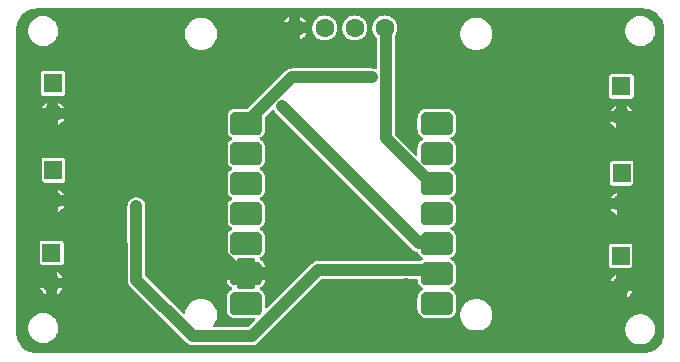
<source format=gbl>
G04 Layer: BottomLayer*
G04 EasyEDA v6.5.39, 2024-01-01 10:38:23*
G04 ea5c35bb8de24b5fb85cbc62f3f06c18,0207d7639cbd4ff9ba197a67aa53e6ca,10*
G04 Gerber Generator version 0.2*
G04 Scale: 100 percent, Rotated: No, Reflected: No *
G04 Dimensions in millimeters *
G04 leading zeros omitted , absolute positions ,4 integer and 5 decimal *
%FSLAX45Y45*%
%MOMM*%

%ADD10C,1.0000*%
%ADD11R,1.5748X1.5748*%
%ADD12C,1.5748*%
%ADD13C,1.6000*%
%ADD14C,0.6100*%
%ADD15C,0.0100*%

%LPD*%
G36*
X1254963Y3658108D02*
G01*
X1236522Y3659022D01*
X1219657Y3661613D01*
X1203096Y3665778D01*
X1187043Y3671570D01*
X1171600Y3678936D01*
X1156970Y3687775D01*
X1143304Y3697986D01*
X1130706Y3709466D01*
X1119225Y3722166D01*
X1109116Y3735933D01*
X1100378Y3750614D01*
X1093114Y3766058D01*
X1087424Y3782161D01*
X1083310Y3798722D01*
X1080871Y3815638D01*
X1080008Y3833063D01*
X1080008Y6403136D01*
X1080922Y6421526D01*
X1083513Y6438442D01*
X1087678Y6455003D01*
X1093520Y6471056D01*
X1100836Y6486448D01*
X1109675Y6501079D01*
X1119886Y6514795D01*
X1131366Y6527393D01*
X1144066Y6538823D01*
X1157833Y6548983D01*
X1172514Y6557721D01*
X1187958Y6564985D01*
X1204061Y6570675D01*
X1220622Y6574790D01*
X1237538Y6577228D01*
X1254963Y6578092D01*
X6390436Y6578092D01*
X6408826Y6577126D01*
X6425742Y6574586D01*
X6442303Y6570370D01*
X6458356Y6564579D01*
X6473748Y6557264D01*
X6488379Y6548424D01*
X6502095Y6538214D01*
X6514693Y6526682D01*
X6526123Y6514033D01*
X6536283Y6500266D01*
X6545021Y6485585D01*
X6552285Y6470142D01*
X6557975Y6454038D01*
X6562090Y6437426D01*
X6564528Y6420561D01*
X6565392Y6403136D01*
X6565392Y3833063D01*
X6564426Y3814622D01*
X6561886Y3797757D01*
X6557670Y3781196D01*
X6551879Y3765143D01*
X6544564Y3749700D01*
X6535724Y3735070D01*
X6525514Y3721404D01*
X6513982Y3708755D01*
X6501333Y3697325D01*
X6487566Y3687216D01*
X6472885Y3678478D01*
X6457442Y3671214D01*
X6441338Y3665524D01*
X6424726Y3661410D01*
X6407861Y3658920D01*
X6390436Y3658108D01*
G37*

%LPC*%
G36*
X2577338Y3727196D02*
G01*
X3076397Y3727246D01*
X3085236Y3728059D01*
X3087674Y3728465D01*
X3096260Y3730599D01*
X3098596Y3731361D01*
X3106826Y3734765D01*
X3109010Y3735882D01*
X3118662Y3741928D01*
X3125520Y3747566D01*
X3662578Y4284573D01*
X3665880Y4286808D01*
X3669741Y4287570D01*
X4467707Y4287570D01*
X4471365Y4286910D01*
X4474514Y4284980D01*
X4476750Y4282033D01*
X4477816Y4278528D01*
X4478324Y4273854D01*
X4479290Y4268571D01*
X4480204Y4264812D01*
X4483150Y4256125D01*
X4487113Y4247896D01*
X4492040Y4240225D01*
X4497882Y4233113D01*
X4504486Y4226814D01*
X4511852Y4221327D01*
X4519777Y4216806D01*
X4523130Y4213961D01*
X4524959Y4209999D01*
X4524959Y4205630D01*
X4523130Y4201617D01*
X4519777Y4198823D01*
X4511852Y4194301D01*
X4504537Y4188866D01*
X4501642Y4186275D01*
X4495342Y4179671D01*
X4489958Y4172356D01*
X4485386Y4164431D01*
X4481830Y4155948D01*
X4480204Y4150817D01*
X4479290Y4147007D01*
X4477918Y4138218D01*
X4477512Y4130548D01*
X4477512Y4031081D01*
X4477918Y4023410D01*
X4479290Y4014571D01*
X4480204Y4010812D01*
X4483150Y4002125D01*
X4487113Y3993896D01*
X4492040Y3986225D01*
X4497882Y3979113D01*
X4504486Y3972814D01*
X4511852Y3967327D01*
X4519777Y3962806D01*
X4524705Y3960571D01*
X4528362Y3959199D01*
X4537049Y3956710D01*
X4546092Y3955287D01*
X4553661Y3954881D01*
X4728108Y3954881D01*
X4735677Y3955287D01*
X4744770Y3956710D01*
X4753457Y3959199D01*
X4757115Y3960571D01*
X4765243Y3964482D01*
X4773066Y3969461D01*
X4780076Y3975303D01*
X4786376Y3981907D01*
X4791862Y3989222D01*
X4794656Y3993845D01*
X4796485Y3997299D01*
X4799939Y4005630D01*
X4802479Y4014470D01*
X4803902Y4023512D01*
X4804308Y4031081D01*
X4804308Y4130548D01*
X4803902Y4138066D01*
X4802479Y4147159D01*
X4799939Y4155998D01*
X4796485Y4164329D01*
X4794656Y4167733D01*
X4789728Y4175455D01*
X4783988Y4182414D01*
X4780178Y4186275D01*
X4777232Y4188866D01*
X4769916Y4194301D01*
X4762042Y4198823D01*
X4758690Y4201617D01*
X4756810Y4205630D01*
X4756810Y4209999D01*
X4758690Y4213961D01*
X4762042Y4216806D01*
X4769916Y4221327D01*
X4777333Y4226814D01*
X4783937Y4233113D01*
X4789728Y4240174D01*
X4794656Y4247845D01*
X4796485Y4251299D01*
X4799939Y4259630D01*
X4802479Y4268470D01*
X4803902Y4277512D01*
X4804308Y4285081D01*
X4804308Y4384548D01*
X4803902Y4392066D01*
X4802479Y4401159D01*
X4799939Y4409998D01*
X4796485Y4418330D01*
X4794656Y4421733D01*
X4789728Y4429455D01*
X4783937Y4436465D01*
X4777333Y4442764D01*
X4769916Y4448302D01*
X4762042Y4452823D01*
X4758690Y4455617D01*
X4756810Y4459630D01*
X4756810Y4463999D01*
X4758690Y4467961D01*
X4762042Y4470806D01*
X4769916Y4475327D01*
X4777333Y4480814D01*
X4783937Y4487113D01*
X4789728Y4494174D01*
X4794656Y4501845D01*
X4796485Y4505299D01*
X4799939Y4513630D01*
X4802479Y4522470D01*
X4803902Y4531512D01*
X4804308Y4539081D01*
X4804308Y4638548D01*
X4803902Y4646066D01*
X4802479Y4655159D01*
X4799939Y4663998D01*
X4796485Y4672330D01*
X4794656Y4675733D01*
X4789728Y4683455D01*
X4783937Y4690465D01*
X4777333Y4696764D01*
X4769916Y4702302D01*
X4762042Y4706823D01*
X4758690Y4709617D01*
X4756810Y4713630D01*
X4756810Y4717999D01*
X4758690Y4721961D01*
X4762042Y4724806D01*
X4769916Y4729327D01*
X4777333Y4734814D01*
X4783937Y4741113D01*
X4789728Y4748174D01*
X4794656Y4755845D01*
X4796485Y4759299D01*
X4799939Y4767630D01*
X4802479Y4776470D01*
X4803902Y4785512D01*
X4804308Y4793081D01*
X4804308Y4892548D01*
X4803902Y4900066D01*
X4802479Y4909159D01*
X4799939Y4917998D01*
X4796485Y4926330D01*
X4794656Y4929733D01*
X4789728Y4937455D01*
X4783937Y4944465D01*
X4777333Y4950764D01*
X4769916Y4956302D01*
X4762042Y4960823D01*
X4758690Y4963617D01*
X4756810Y4967630D01*
X4756810Y4971999D01*
X4758690Y4975961D01*
X4762042Y4978806D01*
X4769916Y4983327D01*
X4777333Y4988814D01*
X4783937Y4995113D01*
X4789728Y5002174D01*
X4794656Y5009845D01*
X4796485Y5013299D01*
X4799939Y5021630D01*
X4802479Y5030470D01*
X4803902Y5039512D01*
X4804308Y5047081D01*
X4804308Y5146548D01*
X4803902Y5154066D01*
X4802479Y5163159D01*
X4799939Y5171998D01*
X4796485Y5180330D01*
X4794656Y5183733D01*
X4789728Y5191455D01*
X4783937Y5198465D01*
X4777333Y5204764D01*
X4769916Y5210302D01*
X4762042Y5214823D01*
X4758690Y5217617D01*
X4756810Y5221630D01*
X4756810Y5225999D01*
X4758690Y5229961D01*
X4762042Y5232806D01*
X4769916Y5237327D01*
X4777333Y5242814D01*
X4783937Y5249113D01*
X4789728Y5256174D01*
X4794656Y5263845D01*
X4796485Y5267299D01*
X4799939Y5275630D01*
X4802479Y5284470D01*
X4803902Y5293512D01*
X4804308Y5301081D01*
X4804308Y5400548D01*
X4803902Y5408066D01*
X4802479Y5417159D01*
X4799939Y5425998D01*
X4796485Y5434330D01*
X4794656Y5437733D01*
X4789728Y5445455D01*
X4783937Y5452465D01*
X4777333Y5458764D01*
X4769916Y5464302D01*
X4762042Y5468823D01*
X4758690Y5471617D01*
X4756810Y5475630D01*
X4756810Y5479999D01*
X4758690Y5483961D01*
X4762042Y5486806D01*
X4769916Y5491327D01*
X4777232Y5496763D01*
X4780178Y5499303D01*
X4786376Y5505856D01*
X4791862Y5513222D01*
X4794656Y5517845D01*
X4796485Y5521299D01*
X4799939Y5529630D01*
X4802479Y5538470D01*
X4803902Y5547512D01*
X4804308Y5555081D01*
X4804308Y5654548D01*
X4803902Y5662066D01*
X4802479Y5671159D01*
X4799939Y5679998D01*
X4796485Y5688330D01*
X4794656Y5691733D01*
X4789728Y5699455D01*
X4783937Y5706465D01*
X4777333Y5712764D01*
X4769916Y5718302D01*
X4762042Y5722772D01*
X4753457Y5726430D01*
X4744770Y5728868D01*
X4735677Y5730290D01*
X4728108Y5730697D01*
X4553661Y5730697D01*
X4546092Y5730290D01*
X4537049Y5728868D01*
X4528362Y5726430D01*
X4524705Y5725058D01*
X4516526Y5721096D01*
X4508703Y5716117D01*
X4501692Y5710326D01*
X4495342Y5703671D01*
X4489958Y5696356D01*
X4485386Y5688431D01*
X4481830Y5679948D01*
X4480204Y5674817D01*
X4479290Y5671007D01*
X4477918Y5662218D01*
X4477512Y5654548D01*
X4477512Y5555081D01*
X4477918Y5547410D01*
X4479290Y5538571D01*
X4480204Y5534812D01*
X4483150Y5526125D01*
X4487113Y5517896D01*
X4492040Y5510225D01*
X4497832Y5503164D01*
X4501642Y5499303D01*
X4504537Y5496763D01*
X4511852Y5491327D01*
X4519777Y5486806D01*
X4523130Y5483961D01*
X4524959Y5479999D01*
X4524959Y5475630D01*
X4523130Y5471617D01*
X4519777Y5468823D01*
X4511852Y5464302D01*
X4504486Y5458764D01*
X4497882Y5452465D01*
X4492040Y5445404D01*
X4487113Y5437733D01*
X4483150Y5429453D01*
X4480204Y5420817D01*
X4479290Y5417007D01*
X4477918Y5408218D01*
X4477512Y5400548D01*
X4477512Y5341264D01*
X4476699Y5337352D01*
X4474514Y5334050D01*
X4471212Y5331866D01*
X4467352Y5331104D01*
X4463440Y5331866D01*
X4460138Y5334050D01*
X4286504Y5507685D01*
X4284319Y5510987D01*
X4283557Y5514848D01*
X4283557Y6345275D01*
X4283964Y6348222D01*
X4285234Y6350914D01*
X4291685Y6360566D01*
X4297832Y6372961D01*
X4302302Y6386118D01*
X4304995Y6399682D01*
X4305909Y6413500D01*
X4304995Y6427317D01*
X4302302Y6440881D01*
X4297832Y6454038D01*
X4291685Y6466433D01*
X4284014Y6477965D01*
X4274870Y6488379D01*
X4264456Y6497523D01*
X4252925Y6505194D01*
X4240530Y6511340D01*
X4227423Y6515760D01*
X4213809Y6518503D01*
X4199991Y6519367D01*
X4186174Y6518503D01*
X4172610Y6515760D01*
X4159504Y6511340D01*
X4147058Y6505194D01*
X4135526Y6497523D01*
X4125112Y6488379D01*
X4116019Y6477965D01*
X4108297Y6466433D01*
X4102150Y6454038D01*
X4097731Y6440881D01*
X4095038Y6427317D01*
X4094124Y6413500D01*
X4095038Y6399682D01*
X4097731Y6386118D01*
X4102150Y6372961D01*
X4108297Y6360566D01*
X4116019Y6349034D01*
X4125112Y6338620D01*
X4128262Y6335877D01*
X4130801Y6332423D01*
X4131716Y6328257D01*
X4131716Y6075070D01*
X4130954Y6071260D01*
X4128820Y6067958D01*
X4125569Y6065774D01*
X4121708Y6064910D01*
X4117848Y6065621D01*
X4114596Y6066891D01*
X4103573Y6069431D01*
X4091889Y6070295D01*
X3411372Y6070244D01*
X3402533Y6069431D01*
X3400094Y6069025D01*
X3391458Y6066891D01*
X3389122Y6066129D01*
X3380892Y6062726D01*
X3378708Y6061608D01*
X3371087Y6056985D01*
X3362248Y6049924D01*
X3045917Y5733694D01*
X3042666Y5731459D01*
X3038754Y5730697D01*
X2937154Y5730697D01*
X2929636Y5730290D01*
X2920542Y5728868D01*
X2911856Y5726430D01*
X2908198Y5725058D01*
X2899968Y5721096D01*
X2892247Y5716117D01*
X2885236Y5710326D01*
X2878937Y5703722D01*
X2873451Y5696356D01*
X2868828Y5688330D01*
X2865374Y5679998D01*
X2862834Y5671159D01*
X2861411Y5662066D01*
X2861005Y5654548D01*
X2861005Y5555081D01*
X2861411Y5547512D01*
X2862834Y5538470D01*
X2865374Y5529630D01*
X2868828Y5521299D01*
X2870657Y5517845D01*
X2875584Y5510174D01*
X2881325Y5503164D01*
X2885135Y5499303D01*
X2888081Y5496763D01*
X2895346Y5491327D01*
X2903270Y5486806D01*
X2906623Y5483961D01*
X2908452Y5479999D01*
X2908452Y5475630D01*
X2906623Y5471617D01*
X2903270Y5468823D01*
X2895346Y5464251D01*
X2887980Y5458764D01*
X2881376Y5452465D01*
X2875584Y5445455D01*
X2870657Y5437733D01*
X2868828Y5434330D01*
X2865374Y5425998D01*
X2862834Y5417159D01*
X2861411Y5408066D01*
X2861005Y5400548D01*
X2861005Y5301081D01*
X2861411Y5293512D01*
X2862834Y5284470D01*
X2865374Y5275630D01*
X2868828Y5267299D01*
X2870657Y5263845D01*
X2875584Y5256174D01*
X2881376Y5249113D01*
X2887980Y5242814D01*
X2895346Y5237327D01*
X2903270Y5232806D01*
X2906623Y5229961D01*
X2908452Y5225999D01*
X2908452Y5221630D01*
X2906623Y5217617D01*
X2903270Y5214823D01*
X2895346Y5210251D01*
X2887980Y5204764D01*
X2881376Y5198465D01*
X2875584Y5191455D01*
X2870657Y5183733D01*
X2868828Y5180330D01*
X2865374Y5171998D01*
X2862834Y5163159D01*
X2861411Y5154066D01*
X2861005Y5146548D01*
X2861005Y5047081D01*
X2861411Y5039512D01*
X2862834Y5030470D01*
X2865374Y5021630D01*
X2868828Y5013299D01*
X2870657Y5009845D01*
X2875584Y5002174D01*
X2881376Y4995113D01*
X2887980Y4988814D01*
X2895346Y4983327D01*
X2903270Y4978806D01*
X2906623Y4975961D01*
X2908452Y4971999D01*
X2908452Y4967630D01*
X2906623Y4963617D01*
X2903270Y4960823D01*
X2895346Y4956251D01*
X2887980Y4950764D01*
X2881376Y4944465D01*
X2875584Y4937455D01*
X2870657Y4929733D01*
X2868828Y4926330D01*
X2865374Y4917998D01*
X2862834Y4909159D01*
X2861411Y4900066D01*
X2861005Y4892548D01*
X2861005Y4793081D01*
X2861411Y4785512D01*
X2862834Y4776470D01*
X2865374Y4767630D01*
X2868828Y4759299D01*
X2870657Y4755845D01*
X2875584Y4748174D01*
X2881376Y4741113D01*
X2887980Y4734814D01*
X2895346Y4729327D01*
X2903270Y4724806D01*
X2906623Y4721961D01*
X2908452Y4717999D01*
X2908452Y4713630D01*
X2906623Y4709617D01*
X2903270Y4706823D01*
X2895346Y4702251D01*
X2887980Y4696764D01*
X2881376Y4690465D01*
X2875584Y4683455D01*
X2870657Y4675733D01*
X2868828Y4672330D01*
X2865374Y4663998D01*
X2862834Y4655159D01*
X2861411Y4646066D01*
X2861005Y4638548D01*
X2861005Y4539081D01*
X2861411Y4531512D01*
X2862834Y4522470D01*
X2865374Y4513630D01*
X2868828Y4505299D01*
X2870657Y4501845D01*
X2875584Y4494174D01*
X2881376Y4487113D01*
X2887980Y4480814D01*
X2895346Y4475327D01*
X2903270Y4470806D01*
X2906623Y4467961D01*
X2908452Y4463999D01*
X2908452Y4459630D01*
X2906623Y4455617D01*
X2903270Y4452823D01*
X2895346Y4448251D01*
X2887980Y4442764D01*
X2881376Y4436465D01*
X2875584Y4429455D01*
X2870657Y4421733D01*
X2868828Y4418330D01*
X2865374Y4409998D01*
X2862834Y4401159D01*
X2861360Y4391152D01*
X2949295Y4391152D01*
X2949295Y4452721D01*
X2950057Y4456633D01*
X2952292Y4459935D01*
X2955594Y4462119D01*
X2959455Y4462881D01*
X3089351Y4462881D01*
X3093212Y4462119D01*
X3096514Y4459935D01*
X3098749Y4456633D01*
X3099511Y4452721D01*
X3099511Y4391152D01*
X3187446Y4391152D01*
X3186938Y4395825D01*
X3185058Y4404817D01*
X3182162Y4413351D01*
X3179978Y4418330D01*
X3178149Y4421733D01*
X3173222Y4429455D01*
X3167430Y4436465D01*
X3160826Y4442764D01*
X3153460Y4448251D01*
X3145536Y4452823D01*
X3142183Y4455617D01*
X3140354Y4459630D01*
X3140354Y4463999D01*
X3142183Y4467961D01*
X3145536Y4470806D01*
X3153460Y4475327D01*
X3160826Y4480814D01*
X3167430Y4487113D01*
X3173222Y4494174D01*
X3178149Y4501845D01*
X3179978Y4505299D01*
X3183432Y4513630D01*
X3185972Y4522470D01*
X3187395Y4531512D01*
X3187801Y4539081D01*
X3187801Y4638548D01*
X3187395Y4646066D01*
X3185972Y4655159D01*
X3183432Y4663998D01*
X3179978Y4672330D01*
X3178149Y4675733D01*
X3173222Y4683455D01*
X3167430Y4690465D01*
X3160826Y4696764D01*
X3153460Y4702251D01*
X3145536Y4706823D01*
X3142183Y4709617D01*
X3140354Y4713630D01*
X3140354Y4717999D01*
X3142183Y4721961D01*
X3145536Y4724806D01*
X3153460Y4729327D01*
X3160826Y4734814D01*
X3167430Y4741113D01*
X3173222Y4748174D01*
X3178149Y4755845D01*
X3179978Y4759299D01*
X3183432Y4767630D01*
X3185972Y4776470D01*
X3187395Y4785512D01*
X3187801Y4793081D01*
X3187801Y4892548D01*
X3187395Y4900066D01*
X3185972Y4909159D01*
X3183432Y4917998D01*
X3179978Y4926330D01*
X3178149Y4929733D01*
X3173222Y4937455D01*
X3167430Y4944465D01*
X3160826Y4950764D01*
X3153460Y4956251D01*
X3145536Y4960823D01*
X3142183Y4963617D01*
X3140354Y4967630D01*
X3140354Y4971999D01*
X3142183Y4975961D01*
X3145536Y4978806D01*
X3153460Y4983327D01*
X3160826Y4988814D01*
X3167430Y4995113D01*
X3173222Y5002174D01*
X3178149Y5009845D01*
X3179978Y5013299D01*
X3183432Y5021630D01*
X3185972Y5030470D01*
X3187395Y5039512D01*
X3187801Y5047081D01*
X3187801Y5146548D01*
X3187395Y5154066D01*
X3185972Y5163159D01*
X3183432Y5171998D01*
X3179978Y5180330D01*
X3178149Y5183733D01*
X3173222Y5191455D01*
X3167430Y5198465D01*
X3160826Y5204764D01*
X3153460Y5210251D01*
X3145536Y5214823D01*
X3142183Y5217617D01*
X3140354Y5221630D01*
X3140354Y5225999D01*
X3142183Y5229961D01*
X3145536Y5232806D01*
X3153460Y5237327D01*
X3160826Y5242814D01*
X3167430Y5249113D01*
X3173222Y5256174D01*
X3178149Y5263845D01*
X3179978Y5267299D01*
X3183432Y5275630D01*
X3185972Y5284470D01*
X3187395Y5293512D01*
X3187801Y5301081D01*
X3187801Y5400548D01*
X3187395Y5408066D01*
X3185972Y5417159D01*
X3183432Y5425998D01*
X3179978Y5434330D01*
X3178149Y5437733D01*
X3173222Y5445455D01*
X3167430Y5452465D01*
X3160826Y5458764D01*
X3153460Y5464251D01*
X3145536Y5468823D01*
X3142183Y5471617D01*
X3140354Y5475630D01*
X3140354Y5479999D01*
X3142183Y5483961D01*
X3145536Y5486806D01*
X3153460Y5491327D01*
X3160725Y5496763D01*
X3163671Y5499303D01*
X3169869Y5505856D01*
X3175355Y5513222D01*
X3178149Y5517845D01*
X3179978Y5521299D01*
X3183432Y5529630D01*
X3185972Y5538470D01*
X3187395Y5547512D01*
X3187801Y5555081D01*
X3187750Y5656275D01*
X3188462Y5660339D01*
X3190748Y5663742D01*
X3248050Y5721096D01*
X3251301Y5723280D01*
X3255162Y5724093D01*
X3259023Y5723331D01*
X3262325Y5721197D01*
X3264560Y5717997D01*
X3265932Y5714796D01*
X3271977Y5705195D01*
X3279648Y5696305D01*
X4442663Y4533290D01*
X4449521Y4527651D01*
X4459173Y4521606D01*
X4461357Y4520488D01*
X4469282Y4517237D01*
X4476800Y4515205D01*
X4480712Y4513122D01*
X4483404Y4509566D01*
X4487113Y4501896D01*
X4492040Y4494225D01*
X4497882Y4487113D01*
X4504486Y4480814D01*
X4511852Y4475327D01*
X4519777Y4470806D01*
X4523130Y4467961D01*
X4524959Y4463999D01*
X4524959Y4459630D01*
X4523130Y4455617D01*
X4519777Y4452823D01*
X4511852Y4448302D01*
X4508754Y4446168D01*
X4503166Y4441647D01*
X4500168Y4439970D01*
X4496765Y4439361D01*
X3631437Y4439310D01*
X3622598Y4438497D01*
X3620160Y4438091D01*
X3611575Y4435957D01*
X3609238Y4435195D01*
X3601008Y4431792D01*
X3598824Y4430674D01*
X3589172Y4424629D01*
X3582314Y4418990D01*
X3205124Y4041851D01*
X3201873Y4039666D01*
X3197961Y4038904D01*
X3194050Y4039666D01*
X3190798Y4041851D01*
X3188563Y4045153D01*
X3187801Y4049064D01*
X3187801Y4130548D01*
X3187395Y4138066D01*
X3185972Y4147159D01*
X3183432Y4155998D01*
X3179978Y4164329D01*
X3178149Y4167733D01*
X3173222Y4175455D01*
X3167481Y4182414D01*
X3163671Y4186275D01*
X3160725Y4188866D01*
X3153460Y4194251D01*
X3145536Y4198823D01*
X3142183Y4201617D01*
X3140354Y4205630D01*
X3140354Y4209999D01*
X3142183Y4213961D01*
X3145536Y4216806D01*
X3153460Y4221327D01*
X3160826Y4226814D01*
X3167430Y4233113D01*
X3173222Y4240174D01*
X3178149Y4247845D01*
X3179978Y4251299D01*
X3183432Y4259630D01*
X3185972Y4268470D01*
X3187446Y4278477D01*
X3099511Y4278477D01*
X3099511Y4216857D01*
X3098749Y4212996D01*
X3096514Y4209694D01*
X3093212Y4207510D01*
X3089351Y4206697D01*
X2959455Y4206697D01*
X2955594Y4207510D01*
X2952292Y4209694D01*
X2950057Y4212996D01*
X2949295Y4216857D01*
X2949295Y4278477D01*
X2861310Y4278477D01*
X2861868Y4273804D01*
X2863748Y4264812D01*
X2866644Y4256227D01*
X2868828Y4251299D01*
X2870657Y4247845D01*
X2875584Y4240174D01*
X2881376Y4233113D01*
X2887980Y4226814D01*
X2895346Y4221327D01*
X2903270Y4216806D01*
X2906623Y4213961D01*
X2908452Y4209999D01*
X2908452Y4205630D01*
X2906623Y4201617D01*
X2903270Y4198823D01*
X2895346Y4194251D01*
X2888081Y4188866D01*
X2885135Y4186275D01*
X2878937Y4179722D01*
X2873451Y4172356D01*
X2868828Y4164329D01*
X2865374Y4155998D01*
X2862834Y4147159D01*
X2861411Y4138066D01*
X2861005Y4130548D01*
X2861005Y4031081D01*
X2861411Y4023512D01*
X2862834Y4014470D01*
X2865374Y4005630D01*
X2868828Y3997299D01*
X2870657Y3993845D01*
X2875584Y3986174D01*
X2881376Y3979113D01*
X2887980Y3972814D01*
X2895346Y3967327D01*
X2903270Y3962806D01*
X2908198Y3960571D01*
X2911856Y3959199D01*
X2920542Y3956710D01*
X2929636Y3955287D01*
X2937154Y3954881D01*
X3093669Y3954881D01*
X3097580Y3954119D01*
X3100832Y3951935D01*
X3103067Y3948633D01*
X3103829Y3944721D01*
X3103067Y3940860D01*
X3100832Y3937558D01*
X3045256Y3881983D01*
X3041954Y3879748D01*
X3038094Y3878986D01*
X2756458Y3878986D01*
X2752090Y3880002D01*
X2748584Y3882745D01*
X2746603Y3886708D01*
X2746502Y3891178D01*
X2748330Y3895242D01*
X2758541Y3908856D01*
X2766415Y3922522D01*
X2772714Y3937050D01*
X2777236Y3952189D01*
X2779979Y3967734D01*
X2780893Y3983482D01*
X2779979Y3999280D01*
X2777236Y4014825D01*
X2772714Y4029964D01*
X2766415Y4044492D01*
X2758541Y4058158D01*
X2749092Y4070858D01*
X2738272Y4082338D01*
X2726131Y4092498D01*
X2712974Y4101185D01*
X2698851Y4108297D01*
X2683967Y4113682D01*
X2668625Y4117340D01*
X2652928Y4119168D01*
X2637078Y4119168D01*
X2621381Y4117340D01*
X2606040Y4113682D01*
X2591155Y4108297D01*
X2577033Y4101185D01*
X2563876Y4092498D01*
X2551734Y4082338D01*
X2540914Y4070858D01*
X2531465Y4058158D01*
X2523591Y4044492D01*
X2517292Y4029964D01*
X2512771Y4014825D01*
X2510180Y4000144D01*
X2508504Y3996080D01*
X2505252Y3993083D01*
X2501036Y3991762D01*
X2496718Y3992372D01*
X2493010Y3994708D01*
X2177084Y4310583D01*
X2174900Y4313885D01*
X2174138Y4317796D01*
X2174138Y4901844D01*
X2173274Y4913528D01*
X2170734Y4924552D01*
X2166569Y4935118D01*
X2160930Y4944922D01*
X2153818Y4953812D01*
X2145538Y4961534D01*
X2136140Y4967935D01*
X2125929Y4972812D01*
X2115108Y4976164D01*
X2103882Y4977892D01*
X2092553Y4977892D01*
X2081326Y4976164D01*
X2070506Y4972812D01*
X2060295Y4967935D01*
X2050897Y4961534D01*
X2042617Y4953812D01*
X2035505Y4944922D01*
X2029866Y4935118D01*
X2025700Y4924552D01*
X2023160Y4913528D01*
X2022297Y4901844D01*
X2022348Y4279493D01*
X2023211Y4270654D01*
X2023618Y4268216D01*
X2025751Y4259580D01*
X2026513Y4257243D01*
X2029917Y4249013D01*
X2031034Y4246829D01*
X2035606Y4239209D01*
X2037029Y4237228D01*
X2042718Y4230370D01*
X2525471Y3747566D01*
X2532329Y3741928D01*
X2541981Y3735882D01*
X2544165Y3734765D01*
X2552395Y3731361D01*
X2554732Y3730599D01*
X2563317Y3728465D01*
X2565755Y3728059D01*
X2574594Y3727246D01*
G37*
G36*
X6362700Y3733292D02*
G01*
X6378092Y3734257D01*
X6393230Y3737000D01*
X6407912Y3741572D01*
X6421932Y3747922D01*
X6435140Y3755898D01*
X6447231Y3765397D01*
X6458102Y3776268D01*
X6467602Y3788359D01*
X6475577Y3801567D01*
X6481927Y3815587D01*
X6486499Y3830269D01*
X6489242Y3845407D01*
X6490208Y3860800D01*
X6489242Y3876192D01*
X6486499Y3891330D01*
X6481927Y3906012D01*
X6475577Y3920032D01*
X6467602Y3933240D01*
X6458102Y3945331D01*
X6447231Y3956202D01*
X6435140Y3965701D01*
X6421932Y3973677D01*
X6407912Y3980027D01*
X6393230Y3984599D01*
X6378092Y3987342D01*
X6362700Y3988308D01*
X6347307Y3987342D01*
X6332169Y3984599D01*
X6317488Y3980027D01*
X6303467Y3973677D01*
X6290259Y3965701D01*
X6278168Y3956202D01*
X6267297Y3945331D01*
X6257798Y3933240D01*
X6249822Y3920032D01*
X6243472Y3906012D01*
X6238900Y3891330D01*
X6236157Y3876192D01*
X6235192Y3860800D01*
X6236157Y3845407D01*
X6238900Y3830269D01*
X6243472Y3815587D01*
X6249822Y3801567D01*
X6257798Y3788359D01*
X6267297Y3776268D01*
X6278168Y3765397D01*
X6290259Y3755898D01*
X6303467Y3747922D01*
X6317488Y3741572D01*
X6332169Y3737000D01*
X6347307Y3734257D01*
G37*
G36*
X1308100Y3745992D02*
G01*
X1323492Y3746957D01*
X1338630Y3749700D01*
X1353312Y3754272D01*
X1367332Y3760622D01*
X1380540Y3768598D01*
X1392631Y3778097D01*
X1403502Y3788968D01*
X1413002Y3801059D01*
X1420977Y3814267D01*
X1427327Y3828287D01*
X1431899Y3842969D01*
X1434642Y3858107D01*
X1435608Y3873500D01*
X1434642Y3888892D01*
X1431899Y3904030D01*
X1427327Y3918712D01*
X1420977Y3932732D01*
X1413002Y3945940D01*
X1403502Y3958031D01*
X1392631Y3968902D01*
X1380540Y3978401D01*
X1367332Y3986377D01*
X1353312Y3992727D01*
X1338630Y3997299D01*
X1323492Y4000042D01*
X1308100Y4001008D01*
X1292707Y4000042D01*
X1277569Y3997299D01*
X1262888Y3992727D01*
X1248867Y3986377D01*
X1235659Y3978401D01*
X1223568Y3968902D01*
X1212697Y3958031D01*
X1203198Y3945940D01*
X1195222Y3932732D01*
X1188872Y3918712D01*
X1184300Y3904030D01*
X1181557Y3888892D01*
X1180592Y3873500D01*
X1181557Y3858107D01*
X1184300Y3842969D01*
X1188872Y3828287D01*
X1195222Y3814267D01*
X1203198Y3801059D01*
X1212697Y3788968D01*
X1223568Y3778097D01*
X1235659Y3768598D01*
X1248867Y3760622D01*
X1262888Y3754272D01*
X1277569Y3749700D01*
X1292707Y3746957D01*
G37*
G36*
X4967071Y3847846D02*
G01*
X4982921Y3847846D01*
X4998618Y3849674D01*
X5013960Y3853332D01*
X5028844Y3858717D01*
X5042966Y3865829D01*
X5056124Y3874515D01*
X5068265Y3884676D01*
X5079085Y3896156D01*
X5088534Y3908856D01*
X5096408Y3922522D01*
X5102707Y3937050D01*
X5107228Y3952189D01*
X5109972Y3967734D01*
X5110886Y3983482D01*
X5109972Y3999280D01*
X5107228Y4014825D01*
X5102707Y4029964D01*
X5096408Y4044492D01*
X5088534Y4058158D01*
X5079085Y4070858D01*
X5068265Y4082338D01*
X5056124Y4092498D01*
X5042966Y4101185D01*
X5028844Y4108297D01*
X5013960Y4113682D01*
X4998618Y4117340D01*
X4982921Y4119168D01*
X4967071Y4119168D01*
X4951374Y4117340D01*
X4936032Y4113682D01*
X4921148Y4108297D01*
X4907026Y4101185D01*
X4893868Y4092498D01*
X4881727Y4082338D01*
X4870907Y4070858D01*
X4861458Y4058158D01*
X4853584Y4044492D01*
X4847285Y4029964D01*
X4842764Y4014825D01*
X4840020Y3999280D01*
X4839106Y3983482D01*
X4840020Y3967734D01*
X4842764Y3952189D01*
X4847285Y3937050D01*
X4853584Y3922522D01*
X4861458Y3908856D01*
X4870907Y3896156D01*
X4881727Y3884676D01*
X4893868Y3874515D01*
X4907026Y3865829D01*
X4921148Y3858717D01*
X4936032Y3853332D01*
X4951374Y3849674D01*
G37*
G36*
X6158230Y4135221D02*
G01*
X6158230Y4183379D01*
X6110071Y4183379D01*
X6113322Y4176776D01*
X6120942Y4165396D01*
X6129985Y4155135D01*
X6140246Y4146092D01*
X6151626Y4138472D01*
G37*
G36*
X6249670Y4135221D02*
G01*
X6256274Y4138472D01*
X6267653Y4146092D01*
X6277914Y4155135D01*
X6286957Y4165396D01*
X6294577Y4176776D01*
X6297828Y4183379D01*
X6249670Y4183379D01*
G37*
G36*
X1332230Y4160621D02*
G01*
X1332230Y4208780D01*
X1284071Y4208780D01*
X1287322Y4202176D01*
X1294942Y4190796D01*
X1303985Y4180535D01*
X1314246Y4171492D01*
X1325626Y4163872D01*
G37*
G36*
X1423670Y4160621D02*
G01*
X1430274Y4163872D01*
X1441653Y4171492D01*
X1451914Y4180535D01*
X1460957Y4190796D01*
X1468577Y4202176D01*
X1471828Y4208780D01*
X1423670Y4208780D01*
G37*
G36*
X6110071Y4274820D02*
G01*
X6158230Y4274820D01*
X6158230Y4322978D01*
X6151626Y4319727D01*
X6140246Y4312107D01*
X6129985Y4303064D01*
X6120942Y4292803D01*
X6113322Y4281424D01*
G37*
G36*
X6249670Y4274820D02*
G01*
X6297828Y4274820D01*
X6294577Y4281424D01*
X6286957Y4292803D01*
X6277914Y4303064D01*
X6267653Y4312107D01*
X6256274Y4319727D01*
X6249670Y4322978D01*
G37*
G36*
X1284071Y4300220D02*
G01*
X1332230Y4300220D01*
X1332230Y4348378D01*
X1325626Y4345127D01*
X1314246Y4337507D01*
X1303985Y4328464D01*
X1294942Y4318203D01*
X1287322Y4306824D01*
G37*
G36*
X1423670Y4300220D02*
G01*
X1471828Y4300220D01*
X1468577Y4306824D01*
X1460957Y4318203D01*
X1451914Y4328464D01*
X1441653Y4337507D01*
X1430274Y4345127D01*
X1423670Y4348378D01*
G37*
G36*
X6125768Y4378452D02*
G01*
X6282131Y4378452D01*
X6288430Y4379163D01*
X6293916Y4381093D01*
X6298793Y4384141D01*
X6302908Y4388256D01*
X6305956Y4393133D01*
X6307886Y4398619D01*
X6308598Y4404918D01*
X6308598Y4561281D01*
X6307886Y4567580D01*
X6305956Y4573066D01*
X6302908Y4577943D01*
X6298793Y4582058D01*
X6293916Y4585106D01*
X6288430Y4587036D01*
X6282131Y4587748D01*
X6125768Y4587748D01*
X6119469Y4587036D01*
X6113983Y4585106D01*
X6109106Y4582058D01*
X6104991Y4577943D01*
X6101943Y4573066D01*
X6100013Y4567580D01*
X6099302Y4561281D01*
X6099302Y4404918D01*
X6100013Y4398619D01*
X6101943Y4393133D01*
X6104991Y4388256D01*
X6109106Y4384141D01*
X6113983Y4381093D01*
X6119469Y4379163D01*
G37*
G36*
X1299768Y4403852D02*
G01*
X1456131Y4403852D01*
X1462430Y4404563D01*
X1467916Y4406493D01*
X1472793Y4409541D01*
X1476908Y4413656D01*
X1479956Y4418533D01*
X1481886Y4424019D01*
X1482598Y4430318D01*
X1482598Y4586681D01*
X1481886Y4592980D01*
X1479956Y4598466D01*
X1476908Y4603343D01*
X1472793Y4607458D01*
X1467916Y4610506D01*
X1462430Y4612436D01*
X1456131Y4613148D01*
X1299768Y4613148D01*
X1293469Y4612436D01*
X1287983Y4610506D01*
X1283106Y4607458D01*
X1278991Y4603343D01*
X1275943Y4598466D01*
X1274013Y4592980D01*
X1273302Y4586681D01*
X1273302Y4430318D01*
X1274013Y4424019D01*
X1275943Y4418533D01*
X1278991Y4413656D01*
X1283106Y4409541D01*
X1287983Y4406493D01*
X1293469Y4404563D01*
G37*
G36*
X6164580Y4833721D02*
G01*
X6164580Y4881880D01*
X6116421Y4881880D01*
X6119672Y4875276D01*
X6127292Y4863896D01*
X6136335Y4853635D01*
X6146596Y4844592D01*
X6157976Y4836972D01*
G37*
G36*
X6256020Y4833721D02*
G01*
X6262624Y4836972D01*
X6274003Y4844592D01*
X6284264Y4853635D01*
X6293307Y4863896D01*
X6300927Y4875276D01*
X6304178Y4881880D01*
X6256020Y4881880D01*
G37*
G36*
X1344930Y4859121D02*
G01*
X1344930Y4907280D01*
X1296771Y4907280D01*
X1300022Y4900676D01*
X1307642Y4889296D01*
X1316685Y4879035D01*
X1326946Y4869992D01*
X1338326Y4862372D01*
G37*
G36*
X1436370Y4859121D02*
G01*
X1442974Y4862372D01*
X1454353Y4869992D01*
X1464614Y4879035D01*
X1473657Y4889296D01*
X1481277Y4900676D01*
X1484528Y4907280D01*
X1436370Y4907280D01*
G37*
G36*
X6116421Y4973320D02*
G01*
X6164580Y4973320D01*
X6164580Y5021478D01*
X6157976Y5018227D01*
X6146596Y5010607D01*
X6136335Y5001564D01*
X6127292Y4991303D01*
X6119672Y4979924D01*
G37*
G36*
X6256020Y4973320D02*
G01*
X6304178Y4973320D01*
X6300927Y4979924D01*
X6293307Y4991303D01*
X6284264Y5001564D01*
X6274003Y5010607D01*
X6262624Y5018227D01*
X6256020Y5021478D01*
G37*
G36*
X1296771Y4998720D02*
G01*
X1344930Y4998720D01*
X1344930Y5046878D01*
X1338326Y5043627D01*
X1326946Y5036007D01*
X1316685Y5026964D01*
X1307642Y5016703D01*
X1300022Y5005324D01*
G37*
G36*
X1436370Y4998720D02*
G01*
X1484528Y4998720D01*
X1481277Y5005324D01*
X1473657Y5016703D01*
X1464614Y5026964D01*
X1454353Y5036007D01*
X1442974Y5043627D01*
X1436370Y5046878D01*
G37*
G36*
X6132118Y5076952D02*
G01*
X6288481Y5076952D01*
X6294780Y5077663D01*
X6300266Y5079593D01*
X6305143Y5082641D01*
X6309258Y5086756D01*
X6312306Y5091633D01*
X6314236Y5097119D01*
X6314948Y5103418D01*
X6314948Y5259781D01*
X6314236Y5266080D01*
X6312306Y5271566D01*
X6309258Y5276443D01*
X6305143Y5280558D01*
X6300266Y5283606D01*
X6294780Y5285536D01*
X6288481Y5286248D01*
X6132118Y5286248D01*
X6125819Y5285536D01*
X6120333Y5283606D01*
X6115456Y5280558D01*
X6111341Y5276443D01*
X6108293Y5271566D01*
X6106363Y5266080D01*
X6105652Y5259781D01*
X6105652Y5103418D01*
X6106363Y5097119D01*
X6108293Y5091633D01*
X6111341Y5086756D01*
X6115456Y5082641D01*
X6120333Y5079593D01*
X6125819Y5077663D01*
G37*
G36*
X1312468Y5102352D02*
G01*
X1468831Y5102352D01*
X1475130Y5103063D01*
X1480616Y5104993D01*
X1485493Y5108041D01*
X1489608Y5112156D01*
X1492656Y5117033D01*
X1494586Y5122519D01*
X1495298Y5128818D01*
X1495298Y5285181D01*
X1494586Y5291480D01*
X1492656Y5296966D01*
X1489608Y5301843D01*
X1485493Y5305958D01*
X1480616Y5309006D01*
X1475130Y5310936D01*
X1468831Y5311648D01*
X1312468Y5311648D01*
X1306169Y5310936D01*
X1300683Y5309006D01*
X1295806Y5305958D01*
X1291691Y5301843D01*
X1288643Y5296966D01*
X1286713Y5291480D01*
X1286002Y5285181D01*
X1286002Y5128818D01*
X1286713Y5122519D01*
X1288643Y5117033D01*
X1291691Y5112156D01*
X1295806Y5108041D01*
X1300683Y5104993D01*
X1306169Y5103063D01*
G37*
G36*
X6158230Y5570321D02*
G01*
X6158230Y5618480D01*
X6110071Y5618480D01*
X6113322Y5611876D01*
X6120942Y5600496D01*
X6129985Y5590235D01*
X6140246Y5581192D01*
X6151626Y5573572D01*
G37*
G36*
X6249670Y5570321D02*
G01*
X6256274Y5573572D01*
X6267653Y5581192D01*
X6277914Y5590235D01*
X6286957Y5600496D01*
X6294577Y5611876D01*
X6297828Y5618480D01*
X6249670Y5618480D01*
G37*
G36*
X1344930Y5595721D02*
G01*
X1344930Y5643880D01*
X1296771Y5643880D01*
X1300022Y5637276D01*
X1307642Y5625896D01*
X1316685Y5615635D01*
X1326946Y5606592D01*
X1338326Y5598972D01*
G37*
G36*
X1436370Y5595721D02*
G01*
X1442974Y5598972D01*
X1454353Y5606592D01*
X1464614Y5615635D01*
X1473657Y5625896D01*
X1481277Y5637276D01*
X1484528Y5643880D01*
X1436370Y5643880D01*
G37*
G36*
X6110071Y5709920D02*
G01*
X6158230Y5709920D01*
X6158230Y5758078D01*
X6151626Y5754827D01*
X6140246Y5747207D01*
X6129985Y5738164D01*
X6120942Y5727903D01*
X6113322Y5716524D01*
G37*
G36*
X6249670Y5709920D02*
G01*
X6297828Y5709920D01*
X6294577Y5716524D01*
X6286957Y5727903D01*
X6277914Y5738164D01*
X6267653Y5747207D01*
X6256274Y5754827D01*
X6249670Y5758078D01*
G37*
G36*
X1296771Y5735320D02*
G01*
X1344930Y5735320D01*
X1344930Y5783478D01*
X1338326Y5780227D01*
X1326946Y5772607D01*
X1316685Y5763564D01*
X1307642Y5753303D01*
X1300022Y5741924D01*
G37*
G36*
X1436370Y5735320D02*
G01*
X1484528Y5735320D01*
X1481277Y5741924D01*
X1473657Y5753303D01*
X1464614Y5763564D01*
X1454353Y5772607D01*
X1442974Y5780227D01*
X1436370Y5783478D01*
G37*
G36*
X6125768Y5813552D02*
G01*
X6282131Y5813552D01*
X6288430Y5814263D01*
X6293916Y5816193D01*
X6298793Y5819241D01*
X6302908Y5823356D01*
X6305956Y5828233D01*
X6307886Y5833719D01*
X6308598Y5840018D01*
X6308598Y5996381D01*
X6307886Y6002680D01*
X6305956Y6008166D01*
X6302908Y6013043D01*
X6298793Y6017158D01*
X6293916Y6020206D01*
X6288430Y6022136D01*
X6282131Y6022848D01*
X6125768Y6022848D01*
X6119469Y6022136D01*
X6113983Y6020206D01*
X6109106Y6017158D01*
X6104991Y6013043D01*
X6101943Y6008166D01*
X6100013Y6002680D01*
X6099302Y5996381D01*
X6099302Y5840018D01*
X6100013Y5833719D01*
X6101943Y5828233D01*
X6104991Y5823356D01*
X6109106Y5819241D01*
X6113983Y5816193D01*
X6119469Y5814263D01*
G37*
G36*
X1312468Y5838952D02*
G01*
X1468831Y5838952D01*
X1475130Y5839663D01*
X1480616Y5841593D01*
X1485493Y5844641D01*
X1489608Y5848756D01*
X1492656Y5853633D01*
X1494586Y5859119D01*
X1495298Y5865418D01*
X1495298Y6021781D01*
X1494586Y6028080D01*
X1492656Y6033566D01*
X1489608Y6038443D01*
X1485493Y6042558D01*
X1480616Y6045606D01*
X1475130Y6047536D01*
X1468831Y6048248D01*
X1312468Y6048248D01*
X1306169Y6047536D01*
X1300683Y6045606D01*
X1295806Y6042558D01*
X1291691Y6038443D01*
X1288643Y6033566D01*
X1286713Y6028080D01*
X1286002Y6021781D01*
X1286002Y5865418D01*
X1286713Y5859119D01*
X1288643Y5853633D01*
X1291691Y5848756D01*
X1295806Y5844641D01*
X1300683Y5841593D01*
X1306169Y5839663D01*
G37*
G36*
X4967071Y6227826D02*
G01*
X4982921Y6227826D01*
X4998618Y6229654D01*
X5013960Y6233312D01*
X5028844Y6238697D01*
X5042966Y6245809D01*
X5056124Y6254496D01*
X5068265Y6264656D01*
X5079085Y6276136D01*
X5088534Y6288836D01*
X5096408Y6302502D01*
X5102707Y6317030D01*
X5107228Y6332169D01*
X5109972Y6347714D01*
X5110886Y6363462D01*
X5109972Y6379260D01*
X5107228Y6394805D01*
X5102707Y6409944D01*
X5096408Y6424472D01*
X5088534Y6438138D01*
X5079085Y6450838D01*
X5068265Y6462318D01*
X5056124Y6472478D01*
X5042966Y6481165D01*
X5028844Y6488277D01*
X5013960Y6493662D01*
X4998618Y6497320D01*
X4982921Y6499148D01*
X4967071Y6499148D01*
X4951374Y6497320D01*
X4936032Y6493662D01*
X4921148Y6488277D01*
X4907026Y6481165D01*
X4893868Y6472478D01*
X4881727Y6462318D01*
X4870907Y6450838D01*
X4861458Y6438138D01*
X4853584Y6424472D01*
X4847285Y6409944D01*
X4842764Y6394805D01*
X4840020Y6379260D01*
X4839106Y6363462D01*
X4840020Y6347714D01*
X4842764Y6332169D01*
X4847285Y6317030D01*
X4853584Y6302502D01*
X4861458Y6288836D01*
X4870907Y6276136D01*
X4881727Y6264656D01*
X4893868Y6254496D01*
X4907026Y6245809D01*
X4921148Y6238697D01*
X4936032Y6233312D01*
X4951374Y6229654D01*
G37*
G36*
X2637078Y6227826D02*
G01*
X2652928Y6227826D01*
X2668625Y6229654D01*
X2683967Y6233312D01*
X2698851Y6238697D01*
X2712974Y6245809D01*
X2726131Y6254496D01*
X2738272Y6264656D01*
X2749092Y6276136D01*
X2758541Y6288836D01*
X2766415Y6302502D01*
X2772714Y6317030D01*
X2777236Y6332169D01*
X2779979Y6347714D01*
X2780893Y6363462D01*
X2779979Y6379260D01*
X2777236Y6394805D01*
X2772714Y6409944D01*
X2766415Y6424472D01*
X2758541Y6438138D01*
X2749092Y6450838D01*
X2738272Y6462318D01*
X2726131Y6472478D01*
X2712974Y6481165D01*
X2698851Y6488277D01*
X2683967Y6493662D01*
X2668625Y6497320D01*
X2652928Y6499148D01*
X2637078Y6499148D01*
X2621381Y6497320D01*
X2606040Y6493662D01*
X2591155Y6488277D01*
X2577033Y6481165D01*
X2563876Y6472478D01*
X2551734Y6462318D01*
X2540914Y6450838D01*
X2531465Y6438138D01*
X2523591Y6424472D01*
X2517292Y6409944D01*
X2512771Y6394805D01*
X2510028Y6379260D01*
X2509113Y6363462D01*
X2510028Y6347714D01*
X2512771Y6332169D01*
X2517292Y6317030D01*
X2523591Y6302502D01*
X2531465Y6288836D01*
X2540914Y6276136D01*
X2551734Y6264656D01*
X2563876Y6254496D01*
X2577033Y6245809D01*
X2591155Y6238697D01*
X2606040Y6233312D01*
X2621381Y6229654D01*
G37*
G36*
X6362700Y6260592D02*
G01*
X6378092Y6261557D01*
X6393230Y6264300D01*
X6407912Y6268872D01*
X6421932Y6275222D01*
X6435140Y6283198D01*
X6447231Y6292697D01*
X6458102Y6303568D01*
X6467602Y6315659D01*
X6475577Y6328867D01*
X6481927Y6342888D01*
X6486499Y6357569D01*
X6489242Y6372707D01*
X6490208Y6388100D01*
X6489242Y6403492D01*
X6486499Y6418630D01*
X6481927Y6433312D01*
X6475577Y6447332D01*
X6467602Y6460540D01*
X6458102Y6472631D01*
X6447231Y6483502D01*
X6435140Y6493002D01*
X6421932Y6500977D01*
X6407912Y6507327D01*
X6393230Y6511899D01*
X6378092Y6514642D01*
X6362700Y6515607D01*
X6347307Y6514642D01*
X6332169Y6511899D01*
X6317488Y6507327D01*
X6303467Y6500977D01*
X6290259Y6493002D01*
X6278168Y6483502D01*
X6267297Y6472631D01*
X6257798Y6460540D01*
X6249822Y6447332D01*
X6243472Y6433312D01*
X6238900Y6418630D01*
X6236157Y6403492D01*
X6235192Y6388100D01*
X6236157Y6372707D01*
X6238900Y6357569D01*
X6243472Y6342888D01*
X6249822Y6328867D01*
X6257798Y6315659D01*
X6267297Y6303568D01*
X6278168Y6292697D01*
X6290259Y6283198D01*
X6303467Y6275222D01*
X6317488Y6268872D01*
X6332169Y6264300D01*
X6347307Y6261557D01*
G37*
G36*
X1308100Y6260592D02*
G01*
X1323492Y6261557D01*
X1338630Y6264300D01*
X1353312Y6268872D01*
X1367332Y6275222D01*
X1380540Y6283198D01*
X1392631Y6292697D01*
X1403502Y6303568D01*
X1413002Y6315659D01*
X1420977Y6328867D01*
X1427327Y6342888D01*
X1431899Y6357569D01*
X1434642Y6372707D01*
X1435608Y6388100D01*
X1434642Y6403492D01*
X1431899Y6418630D01*
X1427327Y6433312D01*
X1420977Y6447332D01*
X1413002Y6460540D01*
X1403502Y6472631D01*
X1392631Y6483502D01*
X1380540Y6493002D01*
X1367332Y6500977D01*
X1353312Y6507327D01*
X1338630Y6511899D01*
X1323492Y6514642D01*
X1308100Y6515607D01*
X1292707Y6514642D01*
X1277569Y6511899D01*
X1262888Y6507327D01*
X1248867Y6500977D01*
X1235659Y6493002D01*
X1223568Y6483502D01*
X1212697Y6472631D01*
X1203198Y6460540D01*
X1195222Y6447332D01*
X1188872Y6433312D01*
X1184300Y6418630D01*
X1181557Y6403492D01*
X1180592Y6388100D01*
X1181557Y6372707D01*
X1184300Y6357569D01*
X1188872Y6342888D01*
X1195222Y6328867D01*
X1203198Y6315659D01*
X1212697Y6303568D01*
X1223568Y6292697D01*
X1235659Y6283198D01*
X1248867Y6275222D01*
X1262888Y6268872D01*
X1277569Y6264300D01*
X1292707Y6261557D01*
G37*
G36*
X3691991Y6307632D02*
G01*
X3705809Y6308547D01*
X3719423Y6311239D01*
X3732529Y6315659D01*
X3744925Y6321806D01*
X3756456Y6329476D01*
X3766870Y6338620D01*
X3776014Y6349034D01*
X3783685Y6360566D01*
X3789832Y6372961D01*
X3794251Y6386118D01*
X3796995Y6399682D01*
X3797858Y6413500D01*
X3796995Y6427317D01*
X3794251Y6440932D01*
X3789832Y6454038D01*
X3783685Y6466433D01*
X3776014Y6477965D01*
X3766870Y6488379D01*
X3756456Y6497523D01*
X3744925Y6505194D01*
X3732529Y6511340D01*
X3719423Y6515760D01*
X3705809Y6518503D01*
X3691991Y6519367D01*
X3678174Y6518503D01*
X3664610Y6515760D01*
X3651453Y6511340D01*
X3639058Y6505194D01*
X3627526Y6497523D01*
X3617112Y6488379D01*
X3607968Y6477965D01*
X3600297Y6466433D01*
X3594150Y6454038D01*
X3589731Y6440932D01*
X3587038Y6427317D01*
X3586124Y6413500D01*
X3587038Y6399682D01*
X3589731Y6386118D01*
X3594150Y6372961D01*
X3600297Y6360566D01*
X3607968Y6349034D01*
X3617112Y6338620D01*
X3627526Y6329476D01*
X3639058Y6321806D01*
X3651453Y6315659D01*
X3664610Y6311239D01*
X3678174Y6308547D01*
G37*
G36*
X3945991Y6307632D02*
G01*
X3959809Y6308496D01*
X3973423Y6311239D01*
X3986529Y6315659D01*
X3998925Y6321806D01*
X4010456Y6329476D01*
X4020870Y6338620D01*
X4030014Y6349034D01*
X4037685Y6360566D01*
X4043832Y6372961D01*
X4048302Y6386118D01*
X4050995Y6399682D01*
X4051909Y6413500D01*
X4050995Y6427317D01*
X4048302Y6440881D01*
X4043832Y6454038D01*
X4037685Y6466433D01*
X4030014Y6477965D01*
X4020870Y6488379D01*
X4010456Y6497523D01*
X3998925Y6505194D01*
X3986529Y6511340D01*
X3973423Y6515760D01*
X3959809Y6518503D01*
X3945991Y6519367D01*
X3932174Y6518503D01*
X3918610Y6515760D01*
X3905504Y6511340D01*
X3893058Y6505194D01*
X3881526Y6497523D01*
X3871112Y6488379D01*
X3862019Y6477965D01*
X3854297Y6466433D01*
X3848150Y6454038D01*
X3843731Y6440881D01*
X3841038Y6427317D01*
X3840124Y6413500D01*
X3841038Y6399682D01*
X3843731Y6386118D01*
X3848150Y6372961D01*
X3854297Y6360566D01*
X3862019Y6349034D01*
X3871112Y6338620D01*
X3881526Y6329476D01*
X3893058Y6321806D01*
X3905504Y6315659D01*
X3918610Y6311239D01*
X3932174Y6308496D01*
G37*
G36*
X3391662Y6318554D02*
G01*
X3391662Y6367170D01*
X3343046Y6367170D01*
X3346297Y6360566D01*
X3353968Y6349034D01*
X3363112Y6338620D01*
X3373526Y6329476D01*
X3385058Y6321806D01*
G37*
G36*
X3484372Y6318554D02*
G01*
X3490925Y6321806D01*
X3502456Y6329476D01*
X3512870Y6338620D01*
X3522014Y6349034D01*
X3529685Y6360566D01*
X3532936Y6367170D01*
X3484372Y6367170D01*
G37*
G36*
X3484372Y6459829D02*
G01*
X3532936Y6459829D01*
X3529685Y6466433D01*
X3522014Y6477965D01*
X3512870Y6488379D01*
X3502456Y6497523D01*
X3490925Y6505194D01*
X3484372Y6508445D01*
G37*
G36*
X3343046Y6459829D02*
G01*
X3391662Y6459829D01*
X3391662Y6508445D01*
X3385058Y6505194D01*
X3373526Y6497523D01*
X3363112Y6488379D01*
X3353968Y6477965D01*
X3346297Y6466433D01*
G37*

%LPD*%
D10*
X4640910Y4334814D02*
G01*
X4612259Y4363465D01*
X3634104Y4363465D01*
X3073730Y3803091D01*
X2577261Y3803091D01*
X2098217Y4282135D01*
X2098217Y4902200D01*
X4640910Y4588814D02*
G01*
X4494453Y4588814D01*
X3333038Y5750229D01*
X4640910Y5096789D02*
G01*
X4590059Y5096789D01*
X4207636Y5479211D01*
X4207636Y6405854D01*
X4199991Y6413500D01*
X1377950Y4254500D02*
G01*
X1233804Y4398645D01*
X1233804Y4796154D01*
X1390650Y4953000D01*
X3024403Y4334814D02*
G01*
X2975508Y4334814D01*
X2820415Y4489907D01*
X2820415Y5795924D01*
X3437991Y6413500D01*
X1390650Y5689600D02*
G01*
X1246504Y5545454D01*
X1246504Y5097145D01*
X1390650Y4953000D01*
X6203950Y4229100D02*
G01*
X5780404Y3805554D01*
X4607813Y3805554D01*
X4383633Y4029735D01*
X4383633Y4248073D01*
X6210300Y4927600D02*
G01*
X6348095Y4789804D01*
X6348095Y4373245D01*
X6203950Y4229100D01*
X6203950Y5664200D02*
G01*
X6354445Y5513704D01*
X6354445Y5071745D01*
X6210300Y4927600D01*
X3024403Y5604789D02*
G01*
X3414013Y5994400D01*
X4092244Y5994400D01*
D11*
G01*
X1377950Y4508500D03*
D12*
G01*
X1377950Y4254500D03*
D11*
G01*
X1390650Y5207000D03*
D12*
G01*
X1390650Y4953000D03*
D11*
G01*
X1390650Y5943600D03*
D12*
G01*
X1390650Y5689600D03*
D11*
G01*
X6203950Y4483100D03*
D12*
G01*
X6203950Y4229100D03*
D11*
G01*
X6210300Y5181600D03*
D12*
G01*
X6210300Y4927600D03*
D11*
G01*
X6203950Y5918200D03*
D12*
G01*
X6203950Y5664200D03*
D13*
G01*
X3691991Y6413500D03*
G01*
X3437991Y6413500D03*
G01*
X3945991Y6413500D03*
G01*
X4199991Y6413500D03*
G36*
X4778400Y5554802D02*
G01*
X4778044Y5548782D01*
X4776952Y5542838D01*
X4775149Y5537072D01*
X4772685Y5531561D01*
X4769561Y5526404D01*
X4765827Y5521655D01*
X4761560Y5517362D01*
X4756810Y5513654D01*
X4751628Y5510529D01*
X4746142Y5508040D01*
X4740376Y5506262D01*
X4734433Y5505170D01*
X4728387Y5504789D01*
X4553407Y5504789D01*
X4547361Y5505170D01*
X4541443Y5506262D01*
X4535677Y5508040D01*
X4530166Y5510529D01*
X4524984Y5513654D01*
X4520234Y5517362D01*
X4515967Y5521655D01*
X4512259Y5526404D01*
X4509134Y5531561D01*
X4506645Y5537072D01*
X4504842Y5542838D01*
X4503775Y5548782D01*
X4503394Y5554802D01*
X4503394Y5654802D01*
X4503775Y5660821D01*
X4504842Y5666765D01*
X4506645Y5672531D01*
X4509134Y5678043D01*
X4512259Y5683199D01*
X4515967Y5687948D01*
X4520234Y5692216D01*
X4524984Y5695950D01*
X4530166Y5699074D01*
X4535677Y5701563D01*
X4541443Y5703341D01*
X4547361Y5704433D01*
X4553407Y5704789D01*
X4728387Y5704789D01*
X4734433Y5704433D01*
X4740376Y5703341D01*
X4746142Y5701563D01*
X4751628Y5699074D01*
X4756810Y5695950D01*
X4761560Y5692216D01*
X4765827Y5687948D01*
X4769561Y5683199D01*
X4772685Y5678043D01*
X4775149Y5672531D01*
X4776952Y5666765D01*
X4778044Y5660821D01*
X4778400Y5654802D01*
G37*
G36*
X4778400Y5300802D02*
G01*
X4778044Y5294782D01*
X4776952Y5288838D01*
X4775149Y5283072D01*
X4772685Y5277561D01*
X4769561Y5272404D01*
X4765827Y5267655D01*
X4761560Y5263387D01*
X4756810Y5259654D01*
X4751628Y5256529D01*
X4746142Y5254040D01*
X4740376Y5252262D01*
X4734433Y5251170D01*
X4728387Y5250789D01*
X4553407Y5250789D01*
X4547361Y5251170D01*
X4541443Y5252262D01*
X4535677Y5254040D01*
X4530166Y5256529D01*
X4524984Y5259654D01*
X4520234Y5263387D01*
X4515967Y5267655D01*
X4512259Y5272404D01*
X4509134Y5277561D01*
X4506645Y5283072D01*
X4504842Y5288838D01*
X4503775Y5294782D01*
X4503394Y5300802D01*
X4503394Y5400802D01*
X4503775Y5406821D01*
X4504842Y5412765D01*
X4506645Y5418531D01*
X4509134Y5424043D01*
X4512259Y5429199D01*
X4515967Y5433948D01*
X4520234Y5438216D01*
X4524984Y5441950D01*
X4530166Y5445074D01*
X4535677Y5447563D01*
X4541443Y5449341D01*
X4547361Y5450433D01*
X4553407Y5450789D01*
X4728387Y5450789D01*
X4734433Y5450433D01*
X4740376Y5449341D01*
X4746142Y5447563D01*
X4751628Y5445074D01*
X4756810Y5441950D01*
X4761560Y5438216D01*
X4765827Y5433948D01*
X4769561Y5429199D01*
X4772685Y5424043D01*
X4775149Y5418531D01*
X4776952Y5412765D01*
X4778044Y5406821D01*
X4778400Y5400802D01*
G37*
G36*
X4778400Y5046802D02*
G01*
X4778044Y5040782D01*
X4776952Y5034838D01*
X4775149Y5029072D01*
X4772685Y5023561D01*
X4769561Y5018404D01*
X4765827Y5013655D01*
X4761560Y5009387D01*
X4756810Y5005654D01*
X4751628Y5002529D01*
X4746142Y5000040D01*
X4740376Y4998262D01*
X4734433Y4997170D01*
X4728387Y4996789D01*
X4553407Y4996789D01*
X4547361Y4997170D01*
X4541443Y4998262D01*
X4535677Y5000040D01*
X4530166Y5002529D01*
X4524984Y5005654D01*
X4520234Y5009387D01*
X4515967Y5013655D01*
X4512259Y5018404D01*
X4509134Y5023561D01*
X4506645Y5029072D01*
X4504842Y5034838D01*
X4503775Y5040782D01*
X4503394Y5046802D01*
X4503394Y5146802D01*
X4503775Y5152821D01*
X4504842Y5158765D01*
X4506645Y5164531D01*
X4509134Y5170043D01*
X4512259Y5175199D01*
X4515967Y5179948D01*
X4520234Y5184216D01*
X4524984Y5187950D01*
X4530166Y5191074D01*
X4535677Y5193563D01*
X4541443Y5195341D01*
X4547361Y5196433D01*
X4553407Y5196789D01*
X4728387Y5196789D01*
X4734433Y5196433D01*
X4740376Y5195341D01*
X4746142Y5193563D01*
X4751628Y5191074D01*
X4756810Y5187950D01*
X4761560Y5184216D01*
X4765827Y5179948D01*
X4769561Y5175199D01*
X4772685Y5170043D01*
X4775149Y5164531D01*
X4776952Y5158765D01*
X4778044Y5152821D01*
X4778400Y5146802D01*
G37*
G36*
X4778400Y4792802D02*
G01*
X4778044Y4786782D01*
X4776952Y4780838D01*
X4775149Y4775072D01*
X4772685Y4769561D01*
X4769561Y4764404D01*
X4765827Y4759655D01*
X4761560Y4755387D01*
X4756810Y4751654D01*
X4751628Y4748529D01*
X4746142Y4746040D01*
X4740376Y4744262D01*
X4734433Y4743170D01*
X4728387Y4742789D01*
X4553407Y4742789D01*
X4547361Y4743170D01*
X4541443Y4744262D01*
X4535677Y4746040D01*
X4530166Y4748529D01*
X4524984Y4751654D01*
X4520234Y4755387D01*
X4515967Y4759655D01*
X4512259Y4764404D01*
X4509134Y4769561D01*
X4506645Y4775072D01*
X4504842Y4780838D01*
X4503775Y4786782D01*
X4503394Y4792802D01*
X4503394Y4892802D01*
X4503775Y4898821D01*
X4504842Y4904765D01*
X4506645Y4910531D01*
X4509134Y4916043D01*
X4512259Y4921199D01*
X4515967Y4925948D01*
X4520234Y4930216D01*
X4524984Y4933950D01*
X4530166Y4937074D01*
X4535677Y4939563D01*
X4541443Y4941341D01*
X4547361Y4942433D01*
X4553407Y4942814D01*
X4728387Y4942814D01*
X4734433Y4942433D01*
X4740376Y4941341D01*
X4746142Y4939563D01*
X4751628Y4937074D01*
X4756810Y4933950D01*
X4761560Y4930216D01*
X4765827Y4925948D01*
X4769561Y4921199D01*
X4772685Y4916043D01*
X4775149Y4910531D01*
X4776952Y4904765D01*
X4778044Y4898821D01*
X4778400Y4892802D01*
G37*
G36*
X4778400Y4538802D02*
G01*
X4778044Y4532782D01*
X4776952Y4526838D01*
X4775149Y4521072D01*
X4772685Y4515561D01*
X4769561Y4510404D01*
X4765827Y4505655D01*
X4761560Y4501387D01*
X4756810Y4497654D01*
X4751628Y4494529D01*
X4746142Y4492040D01*
X4740376Y4490262D01*
X4734433Y4489170D01*
X4728387Y4488814D01*
X4553407Y4488814D01*
X4547361Y4489170D01*
X4541443Y4490262D01*
X4535677Y4492040D01*
X4530166Y4494529D01*
X4524984Y4497654D01*
X4520234Y4501387D01*
X4515967Y4505655D01*
X4512259Y4510404D01*
X4509134Y4515561D01*
X4506645Y4521072D01*
X4504842Y4526838D01*
X4503775Y4532782D01*
X4503394Y4538802D01*
X4503394Y4638802D01*
X4503775Y4644821D01*
X4504842Y4650765D01*
X4506645Y4656531D01*
X4509134Y4662043D01*
X4512259Y4667199D01*
X4515967Y4671948D01*
X4520234Y4676216D01*
X4524984Y4679950D01*
X4530166Y4683074D01*
X4535677Y4685563D01*
X4541443Y4687341D01*
X4547361Y4688433D01*
X4553407Y4688814D01*
X4728387Y4688814D01*
X4734433Y4688433D01*
X4740376Y4687341D01*
X4746142Y4685563D01*
X4751628Y4683074D01*
X4756810Y4679950D01*
X4761560Y4676216D01*
X4765827Y4671948D01*
X4769561Y4667199D01*
X4772685Y4662043D01*
X4775149Y4656531D01*
X4776952Y4650765D01*
X4778044Y4644821D01*
X4778400Y4638802D01*
G37*
G36*
X4778400Y4284802D02*
G01*
X4778044Y4278782D01*
X4776952Y4272838D01*
X4775149Y4267072D01*
X4772685Y4261561D01*
X4769561Y4256404D01*
X4765827Y4251655D01*
X4761560Y4247387D01*
X4756810Y4243654D01*
X4751628Y4240529D01*
X4746142Y4238040D01*
X4740376Y4236262D01*
X4734433Y4235170D01*
X4728387Y4234814D01*
X4553407Y4234814D01*
X4547361Y4235170D01*
X4541443Y4236262D01*
X4535677Y4238040D01*
X4530166Y4240529D01*
X4524984Y4243654D01*
X4520234Y4247387D01*
X4515967Y4251655D01*
X4512259Y4256404D01*
X4509134Y4261561D01*
X4506645Y4267072D01*
X4504842Y4272838D01*
X4503775Y4278782D01*
X4503394Y4284802D01*
X4503394Y4384802D01*
X4503775Y4390821D01*
X4504842Y4396765D01*
X4506645Y4402531D01*
X4509134Y4408043D01*
X4512259Y4413199D01*
X4515967Y4417948D01*
X4520234Y4422216D01*
X4524984Y4425950D01*
X4530166Y4429074D01*
X4535677Y4431563D01*
X4541443Y4433341D01*
X4547361Y4434433D01*
X4553407Y4434814D01*
X4728387Y4434814D01*
X4734433Y4434433D01*
X4740376Y4433341D01*
X4746142Y4431563D01*
X4751628Y4429074D01*
X4756810Y4425950D01*
X4761560Y4422216D01*
X4765827Y4417948D01*
X4769561Y4413199D01*
X4772685Y4408043D01*
X4775149Y4402531D01*
X4776952Y4396765D01*
X4778044Y4390821D01*
X4778400Y4384802D01*
G37*
G36*
X4778400Y4030802D02*
G01*
X4778044Y4024782D01*
X4776952Y4018838D01*
X4775149Y4013072D01*
X4772685Y4007561D01*
X4769561Y4002404D01*
X4765827Y3997655D01*
X4761560Y3993387D01*
X4756810Y3989654D01*
X4751628Y3986529D01*
X4746142Y3984040D01*
X4740376Y3982262D01*
X4734433Y3981170D01*
X4728387Y3980814D01*
X4553407Y3980814D01*
X4547361Y3981170D01*
X4541443Y3982262D01*
X4535677Y3984040D01*
X4530166Y3986529D01*
X4524984Y3989654D01*
X4520234Y3993387D01*
X4515967Y3997655D01*
X4512259Y4002404D01*
X4509134Y4007561D01*
X4506645Y4013072D01*
X4504842Y4018838D01*
X4503775Y4024782D01*
X4503394Y4030802D01*
X4503394Y4130802D01*
X4503775Y4136821D01*
X4504842Y4142765D01*
X4506645Y4148531D01*
X4509134Y4154043D01*
X4512259Y4159199D01*
X4515967Y4163948D01*
X4520234Y4168241D01*
X4524984Y4171950D01*
X4530166Y4175074D01*
X4535677Y4177563D01*
X4541443Y4179341D01*
X4547361Y4180433D01*
X4553407Y4180814D01*
X4728387Y4180814D01*
X4734433Y4180433D01*
X4740376Y4179341D01*
X4746142Y4177563D01*
X4751628Y4175074D01*
X4756810Y4171950D01*
X4761560Y4168241D01*
X4765827Y4163948D01*
X4769561Y4159199D01*
X4772685Y4154043D01*
X4775149Y4148531D01*
X4776952Y4142765D01*
X4778044Y4136821D01*
X4778400Y4130802D01*
G37*
G36*
X3161893Y5554802D02*
G01*
X3161538Y5548782D01*
X3160445Y5542838D01*
X3158642Y5537072D01*
X3156178Y5531561D01*
X3153054Y5526404D01*
X3149320Y5521655D01*
X3145053Y5517362D01*
X3140303Y5513654D01*
X3135147Y5510529D01*
X3129635Y5508040D01*
X3123869Y5506262D01*
X3117926Y5505170D01*
X3111906Y5504789D01*
X2936900Y5504789D01*
X2930880Y5505170D01*
X2924936Y5506262D01*
X2919171Y5508040D01*
X2913659Y5510529D01*
X2908503Y5513654D01*
X2903753Y5517362D01*
X2899486Y5521655D01*
X2895752Y5526404D01*
X2892628Y5531561D01*
X2890164Y5537072D01*
X2888361Y5542838D01*
X2887268Y5548782D01*
X2886913Y5554802D01*
X2886913Y5654802D01*
X2887268Y5660821D01*
X2888361Y5666765D01*
X2890164Y5672531D01*
X2892628Y5678043D01*
X2895752Y5683199D01*
X2899486Y5687948D01*
X2903753Y5692216D01*
X2908503Y5695950D01*
X2913659Y5699074D01*
X2919171Y5701563D01*
X2924936Y5703341D01*
X2930880Y5704433D01*
X2936900Y5704789D01*
X3111906Y5704789D01*
X3117926Y5704433D01*
X3123869Y5703341D01*
X3129635Y5701563D01*
X3135147Y5699074D01*
X3140303Y5695950D01*
X3145053Y5692216D01*
X3149320Y5687948D01*
X3153054Y5683199D01*
X3156178Y5678043D01*
X3158642Y5672531D01*
X3160445Y5666765D01*
X3161538Y5660821D01*
X3161893Y5654802D01*
G37*
G36*
X3161893Y5300802D02*
G01*
X3161538Y5294782D01*
X3160445Y5288838D01*
X3158642Y5283072D01*
X3156178Y5277561D01*
X3153054Y5272404D01*
X3149320Y5267655D01*
X3145053Y5263387D01*
X3140303Y5259654D01*
X3135147Y5256529D01*
X3129635Y5254040D01*
X3123869Y5252262D01*
X3117926Y5251170D01*
X3111906Y5250789D01*
X2936900Y5250789D01*
X2930880Y5251170D01*
X2924936Y5252262D01*
X2919171Y5254040D01*
X2913659Y5256529D01*
X2908503Y5259654D01*
X2903753Y5263387D01*
X2899486Y5267655D01*
X2895752Y5272404D01*
X2892628Y5277561D01*
X2890164Y5283072D01*
X2888361Y5288838D01*
X2887268Y5294782D01*
X2886913Y5300802D01*
X2886913Y5400802D01*
X2887268Y5406821D01*
X2888361Y5412765D01*
X2890164Y5418531D01*
X2892628Y5424043D01*
X2895752Y5429199D01*
X2899486Y5433948D01*
X2903753Y5438216D01*
X2908503Y5441950D01*
X2913659Y5445074D01*
X2919171Y5447563D01*
X2924936Y5449341D01*
X2930880Y5450433D01*
X2936900Y5450789D01*
X3111906Y5450789D01*
X3117926Y5450433D01*
X3123869Y5449341D01*
X3129635Y5447563D01*
X3135147Y5445074D01*
X3140303Y5441950D01*
X3145053Y5438216D01*
X3149320Y5433948D01*
X3153054Y5429199D01*
X3156178Y5424043D01*
X3158642Y5418531D01*
X3160445Y5412765D01*
X3161538Y5406821D01*
X3161893Y5400802D01*
G37*
G36*
X3161893Y5046802D02*
G01*
X3161538Y5040782D01*
X3160445Y5034838D01*
X3158642Y5029072D01*
X3156178Y5023561D01*
X3153054Y5018404D01*
X3149320Y5013655D01*
X3145053Y5009387D01*
X3140303Y5005654D01*
X3135147Y5002529D01*
X3129635Y5000040D01*
X3123869Y4998262D01*
X3117926Y4997170D01*
X3111906Y4996789D01*
X2936900Y4996789D01*
X2930880Y4997170D01*
X2924936Y4998262D01*
X2919171Y5000040D01*
X2913659Y5002529D01*
X2908503Y5005654D01*
X2903753Y5009387D01*
X2899486Y5013655D01*
X2895752Y5018404D01*
X2892628Y5023561D01*
X2890164Y5029072D01*
X2888361Y5034838D01*
X2887268Y5040782D01*
X2886913Y5046802D01*
X2886913Y5146802D01*
X2887268Y5152821D01*
X2888361Y5158765D01*
X2890164Y5164531D01*
X2892628Y5170043D01*
X2895752Y5175199D01*
X2899486Y5179948D01*
X2903753Y5184216D01*
X2908503Y5187950D01*
X2913659Y5191074D01*
X2919171Y5193563D01*
X2924936Y5195341D01*
X2930880Y5196433D01*
X2936900Y5196789D01*
X3111906Y5196789D01*
X3117926Y5196433D01*
X3123869Y5195341D01*
X3129635Y5193563D01*
X3135147Y5191074D01*
X3140303Y5187950D01*
X3145053Y5184216D01*
X3149320Y5179948D01*
X3153054Y5175199D01*
X3156178Y5170043D01*
X3158642Y5164531D01*
X3160445Y5158765D01*
X3161538Y5152821D01*
X3161893Y5146802D01*
G37*
G36*
X3161893Y4792802D02*
G01*
X3161538Y4786782D01*
X3160445Y4780838D01*
X3158642Y4775072D01*
X3156178Y4769561D01*
X3153054Y4764404D01*
X3149320Y4759655D01*
X3145053Y4755387D01*
X3140303Y4751654D01*
X3135147Y4748529D01*
X3129635Y4746040D01*
X3123869Y4744262D01*
X3117926Y4743170D01*
X3111906Y4742789D01*
X2936900Y4742789D01*
X2930880Y4743170D01*
X2924936Y4744262D01*
X2919171Y4746040D01*
X2913659Y4748529D01*
X2908503Y4751654D01*
X2903753Y4755387D01*
X2899486Y4759655D01*
X2895752Y4764404D01*
X2892628Y4769561D01*
X2890164Y4775072D01*
X2888361Y4780838D01*
X2887268Y4786782D01*
X2886913Y4792802D01*
X2886913Y4892802D01*
X2887268Y4898821D01*
X2888361Y4904765D01*
X2890164Y4910531D01*
X2892628Y4916043D01*
X2895752Y4921199D01*
X2899486Y4925948D01*
X2903753Y4930216D01*
X2908503Y4933950D01*
X2913659Y4937074D01*
X2919171Y4939563D01*
X2924936Y4941341D01*
X2930880Y4942433D01*
X2936900Y4942814D01*
X3111906Y4942814D01*
X3117926Y4942433D01*
X3123869Y4941341D01*
X3129635Y4939563D01*
X3135147Y4937074D01*
X3140303Y4933950D01*
X3145053Y4930216D01*
X3149320Y4925948D01*
X3153054Y4921199D01*
X3156178Y4916043D01*
X3158642Y4910531D01*
X3160445Y4904765D01*
X3161538Y4898821D01*
X3161893Y4892802D01*
G37*
G36*
X3161893Y4538802D02*
G01*
X3161538Y4532782D01*
X3160445Y4526838D01*
X3158642Y4521072D01*
X3156178Y4515561D01*
X3153054Y4510404D01*
X3149320Y4505655D01*
X3145053Y4501387D01*
X3140303Y4497654D01*
X3135147Y4494529D01*
X3129635Y4492040D01*
X3123869Y4490262D01*
X3117926Y4489170D01*
X3111906Y4488814D01*
X2936900Y4488814D01*
X2930880Y4489170D01*
X2924936Y4490262D01*
X2919171Y4492040D01*
X2913659Y4494529D01*
X2908503Y4497654D01*
X2903753Y4501387D01*
X2899486Y4505655D01*
X2895752Y4510404D01*
X2892628Y4515561D01*
X2890164Y4521072D01*
X2888361Y4526838D01*
X2887268Y4532782D01*
X2886913Y4538802D01*
X2886913Y4638802D01*
X2887268Y4644821D01*
X2888361Y4650765D01*
X2890164Y4656531D01*
X2892628Y4662043D01*
X2895752Y4667199D01*
X2899486Y4671948D01*
X2903753Y4676216D01*
X2908503Y4679950D01*
X2913659Y4683074D01*
X2919171Y4685563D01*
X2924936Y4687341D01*
X2930880Y4688433D01*
X2936900Y4688814D01*
X3111906Y4688814D01*
X3117926Y4688433D01*
X3123869Y4687341D01*
X3129635Y4685563D01*
X3135147Y4683074D01*
X3140303Y4679950D01*
X3145053Y4676216D01*
X3149320Y4671948D01*
X3153054Y4667199D01*
X3156178Y4662043D01*
X3158642Y4656531D01*
X3160445Y4650765D01*
X3161538Y4644821D01*
X3161893Y4638802D01*
G37*
G36*
X3161893Y4284802D02*
G01*
X3161538Y4278782D01*
X3160445Y4272838D01*
X3158642Y4267072D01*
X3156178Y4261561D01*
X3153054Y4256404D01*
X3149320Y4251655D01*
X3145053Y4247387D01*
X3140303Y4243654D01*
X3135147Y4240529D01*
X3129635Y4238040D01*
X3123869Y4236262D01*
X3117926Y4235170D01*
X3111906Y4234814D01*
X2936900Y4234814D01*
X2930880Y4235170D01*
X2924936Y4236262D01*
X2919171Y4238040D01*
X2913659Y4240529D01*
X2908503Y4243654D01*
X2903753Y4247387D01*
X2899486Y4251655D01*
X2895752Y4256404D01*
X2892628Y4261561D01*
X2890164Y4267072D01*
X2888361Y4272838D01*
X2887268Y4278782D01*
X2886913Y4284802D01*
X2886913Y4384802D01*
X2887268Y4390821D01*
X2888361Y4396765D01*
X2890164Y4402531D01*
X2892628Y4408043D01*
X2895752Y4413199D01*
X2899486Y4417948D01*
X2903753Y4422216D01*
X2908503Y4425950D01*
X2913659Y4429074D01*
X2919171Y4431563D01*
X2924936Y4433341D01*
X2930880Y4434433D01*
X2936900Y4434814D01*
X3111906Y4434814D01*
X3117926Y4434433D01*
X3123869Y4433341D01*
X3129635Y4431563D01*
X3135147Y4429074D01*
X3140303Y4425950D01*
X3145053Y4422216D01*
X3149320Y4417948D01*
X3153054Y4413199D01*
X3156178Y4408043D01*
X3158642Y4402531D01*
X3160445Y4396765D01*
X3161538Y4390821D01*
X3161893Y4384802D01*
G37*
G36*
X3161893Y4030802D02*
G01*
X3161538Y4024782D01*
X3160445Y4018838D01*
X3158642Y4013072D01*
X3156178Y4007561D01*
X3153054Y4002404D01*
X3149320Y3997655D01*
X3145053Y3993387D01*
X3140303Y3989654D01*
X3135147Y3986529D01*
X3129635Y3984040D01*
X3123869Y3982262D01*
X3117926Y3981170D01*
X3111906Y3980814D01*
X2936900Y3980814D01*
X2930880Y3981170D01*
X2924936Y3982262D01*
X2919171Y3984040D01*
X2913659Y3986529D01*
X2908503Y3989654D01*
X2903753Y3993387D01*
X2899486Y3997655D01*
X2895752Y4002404D01*
X2892628Y4007561D01*
X2890164Y4013072D01*
X2888361Y4018838D01*
X2887268Y4024782D01*
X2886913Y4030802D01*
X2886913Y4130802D01*
X2887268Y4136821D01*
X2888361Y4142765D01*
X2890164Y4148531D01*
X2892628Y4154043D01*
X2895752Y4159199D01*
X2899486Y4163948D01*
X2903753Y4168241D01*
X2908503Y4171950D01*
X2913659Y4175074D01*
X2919171Y4177563D01*
X2924936Y4179341D01*
X2930880Y4180433D01*
X2936900Y4180814D01*
X3111906Y4180814D01*
X3117926Y4180433D01*
X3123869Y4179341D01*
X3129635Y4177563D01*
X3135147Y4175074D01*
X3140303Y4171950D01*
X3145053Y4168241D01*
X3149320Y4163948D01*
X3153054Y4159199D01*
X3156178Y4154043D01*
X3158642Y4148531D01*
X3160445Y4142765D01*
X3161538Y4136821D01*
X3161893Y4130802D01*
G37*
D14*
G01*
X2098217Y4902200D03*
G01*
X3333038Y5750229D03*
G01*
X4383633Y4248073D03*
G01*
X4092244Y5994400D03*
M02*

</source>
